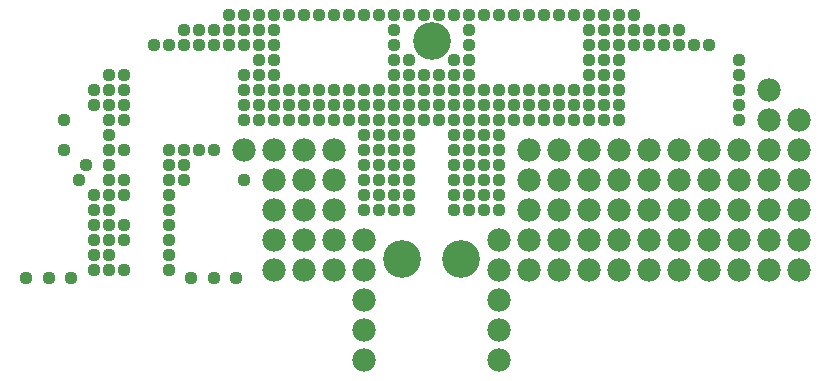
<source format=gbs>
G75*
G70*
%OFA0B0*%
%FSLAX24Y24*%
%IPPOS*%
%LPD*%
%AMOC8*
5,1,8,0,0,1.08239X$1,22.5*
%
%ADD10C,0.1261*%
%ADD11C,0.0437*%
%ADD12C,0.0780*%
D10*
X013900Y004453D03*
X015869Y004453D03*
X014885Y011736D03*
D11*
X001371Y003835D03*
X002121Y003835D03*
X002871Y003835D03*
X003621Y004085D03*
X004121Y004085D03*
X004621Y004085D03*
X004121Y004585D03*
X003621Y004585D03*
X003621Y005085D03*
X004121Y005085D03*
X004621Y005085D03*
X004621Y005585D03*
X004121Y005585D03*
X003621Y005585D03*
X003621Y006085D03*
X004121Y006085D03*
X004121Y006585D03*
X003621Y006585D03*
X004621Y006585D03*
X004621Y007085D03*
X004121Y007085D03*
X003121Y007085D03*
X003371Y007585D03*
X004121Y007585D03*
X004121Y008085D03*
X004621Y008085D03*
X004121Y008585D03*
X004121Y009085D03*
X004621Y009085D03*
X004621Y009585D03*
X004121Y009585D03*
X003621Y009585D03*
X003621Y010085D03*
X004121Y010085D03*
X004621Y010085D03*
X004621Y010585D03*
X004121Y010585D03*
X005621Y011585D03*
X006121Y011585D03*
X006621Y011585D03*
X007121Y011585D03*
X007621Y011585D03*
X008121Y011585D03*
X008621Y011585D03*
X009121Y011585D03*
X009621Y011585D03*
X009621Y012085D03*
X009121Y012085D03*
X008621Y012085D03*
X008121Y012085D03*
X007621Y012085D03*
X007121Y012085D03*
X006621Y012085D03*
X008121Y012585D03*
X008621Y012585D03*
X009121Y012585D03*
X009621Y012585D03*
X010121Y012585D03*
X010621Y012585D03*
X011121Y012585D03*
X011621Y012585D03*
X012121Y012585D03*
X012621Y012585D03*
X013121Y012585D03*
X013621Y012585D03*
X014121Y012585D03*
X014621Y012585D03*
X015121Y012585D03*
X015621Y012585D03*
X016121Y012585D03*
X016621Y012585D03*
X017121Y012585D03*
X017621Y012585D03*
X018121Y012585D03*
X018621Y012585D03*
X019121Y012585D03*
X019621Y012585D03*
X020121Y012585D03*
X020621Y012585D03*
X021121Y012585D03*
X021621Y012585D03*
X021621Y012085D03*
X022121Y012085D03*
X022621Y012085D03*
X023121Y012085D03*
X023121Y011585D03*
X023621Y011585D03*
X024121Y011585D03*
X025121Y011085D03*
X025121Y010585D03*
X025121Y010085D03*
X025121Y009585D03*
X025121Y009085D03*
X021121Y009085D03*
X020621Y009085D03*
X020121Y009085D03*
X019621Y009085D03*
X019121Y009085D03*
X018621Y009085D03*
X018121Y009085D03*
X017621Y009085D03*
X017121Y009085D03*
X016621Y009085D03*
X016121Y009085D03*
X015621Y009085D03*
X015121Y009085D03*
X014621Y009085D03*
X014121Y009085D03*
X013621Y009085D03*
X013121Y009085D03*
X012621Y009085D03*
X012121Y009085D03*
X011621Y009085D03*
X011121Y009085D03*
X010621Y009085D03*
X010121Y009085D03*
X009621Y009085D03*
X009121Y009085D03*
X008621Y009085D03*
X008621Y009585D03*
X009121Y009585D03*
X009621Y009585D03*
X010121Y009585D03*
X010621Y009585D03*
X011121Y009585D03*
X011621Y009585D03*
X012121Y009585D03*
X012621Y009585D03*
X013121Y009585D03*
X013621Y009585D03*
X014121Y009585D03*
X014621Y009585D03*
X015121Y009585D03*
X015621Y009585D03*
X016121Y009585D03*
X016621Y009585D03*
X017121Y009585D03*
X017621Y009585D03*
X018121Y009585D03*
X018621Y009585D03*
X019121Y009585D03*
X019621Y009585D03*
X020121Y009585D03*
X020621Y009585D03*
X021121Y009585D03*
X021121Y010085D03*
X020621Y010085D03*
X020121Y010085D03*
X019621Y010085D03*
X019121Y010085D03*
X018621Y010085D03*
X018121Y010085D03*
X017621Y010085D03*
X017121Y010085D03*
X016621Y010085D03*
X016121Y010085D03*
X015621Y010085D03*
X015121Y010085D03*
X014621Y010085D03*
X014121Y010085D03*
X013621Y010085D03*
X013121Y010085D03*
X012621Y010085D03*
X012121Y010085D03*
X011621Y010085D03*
X011121Y010085D03*
X010621Y010085D03*
X010121Y010085D03*
X009621Y010085D03*
X009121Y010085D03*
X008621Y010085D03*
X008621Y010585D03*
X009121Y010585D03*
X009621Y010585D03*
X009621Y011085D03*
X009121Y011085D03*
X013621Y011085D03*
X014121Y011085D03*
X014121Y010585D03*
X014621Y010585D03*
X015121Y010585D03*
X015621Y010585D03*
X016121Y010585D03*
X016121Y011085D03*
X015621Y011085D03*
X016121Y011585D03*
X016121Y012085D03*
X013621Y012085D03*
X013621Y011585D03*
X013621Y010585D03*
X013621Y008585D03*
X013121Y008585D03*
X012621Y008585D03*
X012621Y008085D03*
X013121Y008085D03*
X013621Y008085D03*
X014121Y008085D03*
X014121Y007585D03*
X013621Y007585D03*
X013121Y007585D03*
X012621Y007585D03*
X012621Y007085D03*
X013121Y007085D03*
X013621Y007085D03*
X014121Y007085D03*
X014121Y006585D03*
X013621Y006585D03*
X013121Y006585D03*
X012621Y006585D03*
X012621Y006085D03*
X013121Y006085D03*
X013621Y006085D03*
X014121Y006085D03*
X015621Y006085D03*
X016121Y006085D03*
X016621Y006085D03*
X017121Y006085D03*
X017121Y006585D03*
X016621Y006585D03*
X016121Y006585D03*
X015621Y006585D03*
X015621Y007085D03*
X016121Y007085D03*
X016621Y007085D03*
X017121Y007085D03*
X017121Y007585D03*
X016621Y007585D03*
X016121Y007585D03*
X015621Y007585D03*
X015621Y008085D03*
X016121Y008085D03*
X016621Y008085D03*
X017121Y008085D03*
X017121Y008585D03*
X016621Y008585D03*
X016121Y008585D03*
X015621Y008585D03*
X014121Y008585D03*
X008621Y007085D03*
X006621Y007085D03*
X006121Y007085D03*
X006121Y007585D03*
X006621Y007585D03*
X006621Y008085D03*
X007121Y008085D03*
X007621Y008085D03*
X006121Y008085D03*
X006121Y006585D03*
X006121Y006085D03*
X006121Y005585D03*
X006121Y005085D03*
X006121Y004585D03*
X006121Y004085D03*
X006871Y003835D03*
X007621Y003835D03*
X008371Y003835D03*
X002621Y008085D03*
X002621Y009085D03*
X020121Y010585D03*
X020621Y010585D03*
X021121Y010585D03*
X021121Y011085D03*
X020621Y011085D03*
X020121Y011085D03*
X020121Y011585D03*
X020621Y011585D03*
X021121Y011585D03*
X021621Y011585D03*
X022121Y011585D03*
X022621Y011585D03*
X021121Y012085D03*
X020621Y012085D03*
X020121Y012085D03*
D12*
X026121Y010085D03*
X026121Y009085D03*
X027121Y009085D03*
X027121Y008085D03*
X026121Y008085D03*
X025121Y008085D03*
X024121Y008085D03*
X023121Y008085D03*
X022121Y008085D03*
X021121Y008085D03*
X020121Y008085D03*
X019121Y008085D03*
X018121Y008085D03*
X018121Y007085D03*
X019121Y007085D03*
X020121Y007085D03*
X021121Y007085D03*
X022121Y007085D03*
X023121Y007085D03*
X024121Y007085D03*
X025121Y007085D03*
X026121Y007085D03*
X027121Y007085D03*
X027121Y006085D03*
X026121Y006085D03*
X025121Y006085D03*
X024121Y006085D03*
X023121Y006085D03*
X022121Y006085D03*
X021121Y006085D03*
X020121Y006085D03*
X019121Y006085D03*
X018121Y006085D03*
X018121Y005085D03*
X017121Y005085D03*
X019121Y005085D03*
X020121Y005085D03*
X021121Y005085D03*
X022121Y005085D03*
X023121Y005085D03*
X024121Y005085D03*
X025121Y005085D03*
X026121Y005085D03*
X027121Y005085D03*
X027121Y004085D03*
X026121Y004085D03*
X025121Y004085D03*
X024121Y004085D03*
X023121Y004085D03*
X022121Y004085D03*
X021121Y004085D03*
X020121Y004085D03*
X019121Y004085D03*
X018121Y004085D03*
X017121Y004085D03*
X017121Y003085D03*
X017121Y002085D03*
X017121Y001085D03*
X012621Y001085D03*
X012621Y002085D03*
X012621Y003085D03*
X012621Y004085D03*
X011621Y004085D03*
X010621Y004085D03*
X009621Y004085D03*
X009621Y005085D03*
X010621Y005085D03*
X011621Y005085D03*
X012621Y005085D03*
X011621Y006085D03*
X010621Y006085D03*
X009621Y006085D03*
X009621Y007085D03*
X010621Y007085D03*
X011621Y007085D03*
X011621Y008085D03*
X010621Y008085D03*
X009621Y008085D03*
X008621Y008085D03*
M02*

</source>
